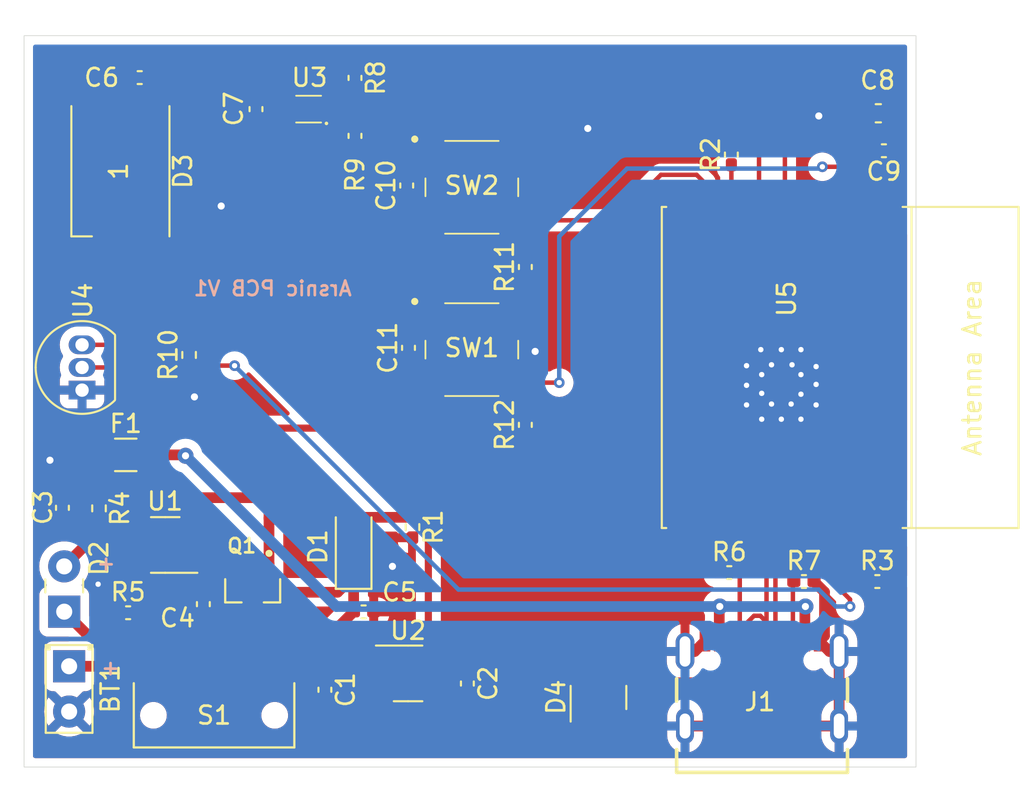
<source format=kicad_pcb>
(kicad_pcb (version 20221018) (generator pcbnew)
  (layers (0 "F.Cu" signal "Front") (31 "B.Cu" signal "Back") (34 "B.Paste" user) (35 "F.Paste" user) (36 "B.SilkS" user "B.Silkscreen") (37 "F.SilkS" user "F.Silkscreen") (38 "B.Mask" user) (39 "F.Mask" user) (44 "Edge.Cuts" user))
  (net 0 "")
  (net 1 "Net-(BT1-+)")
  (net 2 "GND")
  (net 3 "VCC")
  (net 4 "+3.3V")
  (net 5 "+5V")
  (net 6 "Net-(U1-V_{BAT})")
  (net 7 "/RESET")
  (net 8 "/EN_CHIP")
  (net 9 "Net-(D2-K)")
  (net 10 "Net-(D2-A)")
  (net 12 "/RGB")
  (net 13 "/USB_D+")
  (net 14 "/USB_D-")
  (net 15 "Net-(F1-Pad1)")
  (net 17 "Net-(J1-CC2)")
  (net 18 "Net-(J1-CC1)")
  (net 20 "/IO8")
  (net 21 "/IO2")
  (net 22 "Net-(U1-PROG)")
  (net 23 "/SCL")
  (net 24 "/SCA")
  (net 25 "/IO3")
  (footprint "LED_SMD:LED_WS2812B_PLCC4_5.0x5.0mm_P3.2mm" (layer "F.Cu") (at 105.4 107.6 -90)
    (fp_text reference "D3" (at 0 -3.5 90) (layer "F.SilkS"))
    (fp_text value "WS2812B")
    (fp_text user "1" (at 0 0.1 90) (layer "F.SilkS"))
    (pad "1" smd rect (at -2.45 -1.65 270) (size 1.5 0.9) (layers "F.Cu" "F.Paste" "F.Mask") (net 4 "+3.3V"))
    (pad "2" smd rect (at -2.45 1.65 270) (size 1.5 0.9) (layers "F.Cu" "F.Paste" "F.Mask"))
    (pad "3" smd rect (at 2.45 1.65 270) (size 1.5 0.9) (layers "F.Cu" "F.Paste" "F.Mask") (net 2 "GND"))
    (pad "4" smd rect (at 2.45 -1.65 270) (size 1.5 0.9) (layers "F.Cu" "F.Paste" "F.Mask") (net 12 "/RGB"))
  )
  (footprint "Capacitor_SMD:C_0402_1005Metric_Pad0.74x0.62mm_HandSolder" (layer "F.Cu") (at 121.55 117.5 90)
    (fp_text reference "C11" (at 0 -1.16 90) (layer "F.SilkS"))
    (fp_text value "100nF 0.1uf")
    (pad "1" smd roundrect (at -0.5675 0 90) (size 0.735 0.62) (layers "F.Cu" "F.Paste" "F.Mask") (net 8 "/EN_CHIP"))
    (pad "2" smd roundrect (at 0.5675 0 90) (size 0.735 0.62) (layers "F.Cu" "F.Paste" "F.Mask") (net 2 "GND"))
  )
  (footprint "Capacitor_SMD:C_0603_1608Metric_Pad1.08x0.95mm_HandSolder" (layer "F.Cu") (at 147.8875 104.35 180)
    (fp_text reference "C8" (at 0.0375 1.85) (layer "F.SilkS"))
    (fp_text value "10uF")
    (pad "1" smd roundrect (at -0.8625 0 180) (size 1.075 0.95) (layers "F.Cu" "F.Paste" "F.Mask") (net 4 "+3.3V"))
    (pad "2" smd roundrect (at 0.8625 0 180) (size 1.075 0.95) (layers "F.Cu" "F.Paste" "F.Mask") (net 2 "GND"))
  )
  (footprint "Capacitor_SMD:C_0402_1005Metric_Pad0.74x0.62mm_HandSolder" (layer "F.Cu") (at 128.1 112.9675 90)
    (fp_text reference "R11" (at 0 -1.16 90) (layer "F.SilkS"))
    (fp_text value "10k")
    (pad "1" smd roundrect (at -0.5675 0 90) (size 0.735 0.62) (layers "F.Cu" "F.Paste" "F.Mask") (net 4 "+3.3V"))
    (pad "2" smd roundrect (at 0.5675 0 90) (size 0.735 0.62) (layers "F.Cu" "F.Paste" "F.Mask") (net 7 "/RESET"))
  )
  (footprint "Capacitor_SMD:C_0402_1005Metric_Pad0.74x0.62mm_HandSolder" (layer "F.Cu") (at 106.4825 102.35 180)
    (fp_text reference "C6" (at 2.1325 0) (layer "F.SilkS"))
    (fp_text value "1uF")
    (pad "1" smd roundrect (at -0.5675 0 180) (size 0.735 0.62) (layers "F.Cu" "F.Paste" "F.Mask") (net 4 "+3.3V"))
    (pad "2" smd roundrect (at 0.5675 0 180) (size 0.735 0.62) (layers "F.Cu" "F.Paste" "F.Mask") (net 2 "GND"))
  )
  (footprint "DMP1045U:SOT91P240X110-3N" (layer "F.Cu") (at 112.815 131.12 -90)
    (fp_text reference "Q1" (at -2.52 0.615 180) (layer "F.SilkS") (effects (font (size 0.8 0.8))))
    (fp_text value "DMP1045U")
    (pad "1" smd roundrect (at -1.07 -0.915 270) (size 1.09 0.61) (layers "F.Cu" "F.Paste" "F.Mask") (roundrect_rratio 0.08) (net 5 "+5V"))
    (pad "2" smd roundrect (at -1.07 0.915 270) (size 1.09 0.61) (layers "F.Cu" "F.Paste" "F.Mask") (roundrect_rratio 0.08) (net 3 "VCC"))
    (pad "3" smd roundrect (at 1.07 0 270) (size 1.09 0.61) (layers "F.Cu" "F.Paste" "F.Mask") (roundrect_rratio 0.08) (net 6 "Net-(U1-V_{BAT})"))
  )
  (footprint "Fuse:Fuse_1206_3216Metric_Pad1.42x1.75mm_HandSolder" (layer "F.Cu") (at 105.7 123.5 180)
    (fp_text reference "F1" (at 0 1.75) (layer "F.SilkS"))
    (fp_text value "Polyfuse")
    (pad "1" smd roundrect (at -1.4875 0 180) (size 1.425 1.75) (layers "F.Cu" "F.Paste" "F.Mask") (roundrect_rratio 0.1754392982) (net 15 "Net-(F1-Pad1)"))
    (pad "2" smd roundrect (at 1.4875 0 180) (size 1.425 1.75) (layers "F.Cu" "F.Paste" "F.Mask") (roundrect_rratio 0.1754392982) (net 5 "+5V"))
  )
  (footprint "PCM_Espressif:ESP32-C3-WROOM-02" (layer "F.Cu") (at 142.75 118.6 -90)
    (fp_text reference "U5" (at -3.85 0 90) (layer "F.SilkS"))
    (fp_text value "ESP32-C3-WROOM-02")
    (fp_text user "Antenna Area" (at 0 -10.4 90) (layer "F.SilkS"))
    (pad "1" smd rect (at -8.75 -5.9 270) (size 1.5 0.9) (layers "F.Cu" "F.Paste" "F.Mask") (net 4 "+3.3V"))
    (pad "2" smd rect (at -8.75 -4.4 270) (size 1.5 0.9) (layers "F.Cu" "F.Paste" "F.Mask") (net 8 "/EN_CHIP"))
    (pad "3" smd rect (at -8.75 -2.9 270) (size 1.5 0.9) (layers "F.Cu" "F.Paste" "F.Mask"))
    (pad "4" smd rect (at -8.75 -1.4 270) (size 1.5 0.9) (layers "F.Cu" "F.Paste" "F.Mask"))
    (pad "5" smd rect (at -8.75 0.1 270) (size 1.5 0.9) (layers "F.Cu" "F.Paste" "F.Mask") (net 23 "/SCL"))
    (pad "6" smd rect (at -8.75 1.6 270) (size 1.5 0.9) (layers "F.Cu" "F.Paste" "F.Mask") (net 24 "/SCA"))
    (pad "7" smd rect (at -8.75 3.1 270) (size 1.5 0.9) (layers "F.Cu" "F.Paste" "F.Mask") (net 20 "/IO8"))
    (pad "8" smd rect (at -8.75 4.6 270) (size 1.5 0.9) (layers "F.Cu" "F.Paste" "F.Mask") (net 7 "/RESET"))
    (pad "9" smd rect (at -8.75 6.1 270) (size 1.5 0.9) (layers "F.Cu" "F.Paste" "F.Mask") (net 2 "GND"))
    (pad "10" smd rect (at 8.75 6.1 90) (size 1.5 0.9) (layers "F.Cu" "F.Paste" "F.Mask") (net 12 "/RGB"))
    (pad "11" smd rect (at 8.75 4.6 90) (size 1.5 0.9) (layers "F.Cu" "F.Paste" "F.Mask"))
    (pad "12" smd rect (at 8.75 3.1 90) (size 1.5 0.9) (layers "F.Cu" "F.Paste" "F.Mask"))
    (pad "13" smd rect (at 8.75 1.6 90) (size 1.5 0.9) (layers "F.Cu" "F.Paste" "F.Mask") (net 14 "/USB_D-"))
    (pad "14" smd rect (at 8.75 0.1 90) (size 1.5 0.9) (layers "F.Cu" "F.Paste" "F.Mask") (net 13 "/USB_D+"))
    (pad "15" smd rect (at 8.75 -1.4 90) (size 1.5 0.9) (layers "F.Cu" "F.Paste" "F.Mask") (net 25 "/IO3"))
    (pad "16" smd rect (at 8.75 -2.9 90) (size 1.5 0.9) (layers "F.Cu" "F.Paste" "F.Mask") (net 21 "/IO2"))
    (pad "17" smd rect (at 8.75 -4.4 90) (size 1.5 0.9) (layers "F.Cu" "F.Paste" "F.Mask"))
    (pad "18" smd rect (at 8.75 -5.9 90) (size 1.5 0.9) (layers "F.Cu" "F.Paste" "F.Mask"))
    (pad "19" smd rect (at -0.14 -0.8 90) (size 0.7 0.7) (layers "F.Cu" "F.Paste" "F.Mask") (net 2 "GND"))
    (pad "19" smd rect (at -0.14 0.3 90) (size 0.7 0.7) (layers "F.Cu" "F.Paste" "F.Mask") (net 2 "GND"))
    (pad "19" smd rect (at -0.14 1.4 90) (size 0.7 0.7) (layers "F.Cu" "F.Paste" "F.Mask") (net 2 "GND"))
    (pad "19" smd rect (at 0.91 -0.8 90) (size 0.7 0.7) (layers "F.Cu" "F.Paste" "F.Mask") (net 2 "GND"))
    (pad "19" smd rect (at 0.91 0.3 90) (size 0.7 0.7) (layers "F.Cu" "F.Paste" "F.Mask") (net 2 "GND"))
    (pad "19" smd rect (at 0.91 1.4 90) (size 0.7 0.7) (layers "F.Cu" "F.Paste" "F.Mask") (net 2 "GND"))
    (pad "19" smd rect (at 2.06 -0.8 90) (size 0.7 0.7) (layers "F.Cu" "F.Paste" "F.Mask") (net 2 "GND"))
    (pad "19" smd rect (at 2.06 0.3 90) (size 0.7 0.7) (layers "F.Cu" "F.Paste" "F.Mask") (net 2 "GND"))
    (pad "19" smd rect (at 2.06 1.4 90) (size 0.7 0.7) (layers "F.Cu" "F.Paste" "F.Mask") (net 2 "GND"))
    (zone (net 0) (net_name "") (layers "*.Cu") (name "antenna keepout") (connect_pads (clearance 0)) (min_thickness 0.254)
      (keepout (tracks not_allowed) (vias not_allowed) (pads not_allowed) (copperpour not_allowed) (footprints not_allowed))
      (fill (thermal_gap 0.508) (thermal_bridge_width 0.508))
      (polygon (pts (xy 149.75 127.6) (xy 149.75 109.6) (xy 155.75 109.6) (xy 155.75 127.6)))
    )
  )
  (footprint "Capacitor_SMD:C_0402_1005Metric_Pad0.74x0.62mm_HandSolder" (layer "F.Cu") (at 148.2 106.45 180)
    (fp_text reference "C9" (at 0 -1.16) (layer "F.SilkS"))
    (fp_text value "0.1uF")
    (pad "1" smd roundrect (at -0.5675 0 180) (size 0.735 0.62) (layers "F.Cu" "F.Paste" "F.Mask") (net 4 "+3.3V"))
    (pad "2" smd roundrect (at 0.5675 0 180) (size 0.735 0.62) (layers "F.Cu" "F.Paste" "F.Mask") (net 2 "GND"))
  )
  (footprint "Package_TO_SOT_SMD:SOT-23-5" (layer "F.Cu") (at 121.525 135.75)
    (fp_text reference "U2" (at 0 -2.4) (layer "F.SilkS"))
    (fp_text value "AP2112K-3.3")
    (pad "1" smd roundrect (at -1.1375 -0.95) (size 1.325 0.6) (layers "F.Cu" "F.Paste" "F.Mask") (net 3 "VCC"))
    (pad "2" smd roundrect (at -1.1375 0) (size 1.325 0.6) (layers "F.Cu" "F.Paste" "F.Mask") (net 2 "GND"))
    (pad "3" smd roundrect (at -1.1375 0.95) (size 1.325 0.6) (layers "F.Cu" "F.Paste" "F.Mask") (net 3 "VCC"))
    (pad "4" smd roundrect (at 1.1375 0.95) (size 1.325 0.6) (layers "F.Cu" "F.Paste" "F.Mask"))
    (pad "5" smd roundrect (at 1.1375 -0.95) (size 1.325 0.6) (layers "F.Cu" "F.Paste" "F.Mask") (net 4 "+3.3V"))
  )
  (footprint "Capacitor_SMD:C_0402_1005Metric_Pad0.74x0.62mm_HandSolder" (layer "F.Cu") (at 139.5325 130.1)
    (fp_text reference "R6" (at 0 -1.16) (layer "F.SilkS"))
    (fp_text value "5.1")
    (pad "1" smd roundrect (at -0.5675 0) (size 0.735 0.62) (layers "F.Cu" "F.Paste" "F.Mask") (net 2 "GND"))
    (pad "2" smd roundrect (at 0.5675 0) (size 0.735 0.62) (layers "F.Cu" "F.Paste" "F.Mask") (net 18 "Net-(J1-CC1)"))
  )
  (footprint "Resistor_SMD:R_0402_1005Metric_Pad0.72x0.64mm_HandSolder" (layer "F.Cu") (at 109.25 117.8975 90)
    (fp_text reference "R10" (at 0 -1.17 90) (layer "F.SilkS"))
    (fp_text value "4.7k")
    (pad "1" smd roundrect (at -0.5975 0 90) (size 0.715 0.64) (layers "F.Cu" "F.Paste" "F.Mask") (net 25 "/IO3"))
    (pad "2" smd roundrect (at 0.5975 0 90) (size 0.715 0.64) (layers "F.Cu" "F.Paste" "F.Mask") (net 4 "+3.3V"))
  )
  (footprint "Capacitor_SMD:C_0402_1005Metric_Pad0.74x0.62mm_HandSolder" (layer "F.Cu") (at 121.45 108.4 90)
    (fp_text reference "C10" (at 0 -1.16 90) (layer "F.SilkS"))
    (fp_text value "1uF")
    (pad "1" smd roundrect (at -0.5675 0 90) (size 0.735 0.62) (layers "F.Cu" "F.Paste" "F.Mask") (net 7 "/RESET"))
    (pad "2" smd roundrect (at 0.5675 0 90) (size 0.735 0.62) (layers "F.Cu" "F.Paste" "F.Mask") (net 2 "GND"))
  )
  (footprint "Capacitor_SMD:C_0402_1005Metric_Pad0.74x0.62mm_HandSolder" (layer "F.Cu") (at 118.55 102.3675 -90)
    (fp_text reference "R8" (at 0 -1.16 90) (layer "F.SilkS"))
    (fp_text value "10k")
    (pad "1" smd roundrect (at -0.5675 0 270) (size 0.735 0.62) (layers "F.Cu" "F.Paste" "F.Mask") (net 4 "+3.3V"))
    (pad "2" smd roundrect (at 0.5675 0 270) (size 0.735 0.62) (layers "F.Cu" "F.Paste" "F.Mask") (net 23 "/SCL"))
  )
  (footprint "Capacitor_SMD:C_0402_1005Metric_Pad0.74x0.62mm_HandSolder" (layer "F.Cu") (at 118.55 105.6175 90)
    (fp_text reference "R9" (at -2.1825 0 90) (layer "F.SilkS"))
    (fp_text value "10k")
    (pad "1" smd roundrect (at -0.5675 0 90) (size 0.735 0.62) (layers "F.Cu" "F.Paste" "F.Mask") (net 4 "+3.3V"))
    (pad "2" smd roundrect (at 0.5675 0 90) (size 0.735 0.62) (layers "F.Cu" "F.Paste" "F.Mask") (net 24 "/SCA"))
  )
  (footprint "PTS526_SM15_SMTR2_LFS:PTS526SM15SMTR2LFS" (layer "F.Cu") (at 125.1 117.6)
    (fp_text reference "SW1" (at 0 -0.1) (layer "F.SilkS"))
    (fp_text value "PTS526_SM15_SMTR2_LFS")
    (pad "1" smd rect (at -3 -1.85) (size 1 0.7) (layers "F.Cu" "F.Paste" "F.Mask") (net 2 "GND"))
    (pad "2" smd rect (at 3 -1.85) (size 1 0.7) (layers "F.Cu" "F.Paste" "F.Mask") (net 2 "GND"))
    (pad "3" smd rect (at -3 1.85) (size 1 0.7) (layers "F.Cu" "F.Paste" "F.Mask") (net 8 "/EN_CHIP"))
    (pad "4" smd rect (at 3 1.85) (size 1 0.7) (layers "F.Cu" "F.Paste" "F.Mask") (net 8 "/EN_CHIP"))
  )
  (footprint "JS102011SAQN:SW_JS102011SAQN" (layer "F.Cu") (at 110.65 138.1)
    (fp_text reference "S1" (at 0 0) (layer "F.SilkS") (effects (font (size 1.000732 1.000732))))
    (fp_text value "JS102011SAQN")
    (pad "" np_thru_hole circle (at -3.4 0) (size 1 1) (drill 1) (layers "*.Cu" "*.Mask"))
    (pad "" np_thru_hole circle (at 3.4 0) (size 1 1) (drill 1) (layers "*.Cu" "*.Mask"))
    (pad "1" smd rect (at -2.5 -2.75) (size 1.2 2.5) (layers "F.Cu" "F.Paste" "F.Mask") (net 1 "Net-(BT1-+)"))
    (pad "2" smd rect (at 0 -2.75) (size 1.2 2.5) (layers "F.Cu" "F.Paste" "F.Mask") (net 6 "Net-(U1-V_{BAT})"))
    (pad "3" smd rect (at 2.5 -2.75) (size 1.2 2.5) (layers "F.Cu" "F.Paste" "F.Mask"))
  )
  (footprint "Capacitor_SMD:C_0402_1005Metric_Pad0.74x0.62mm_HandSolder" (layer "F.Cu") (at 110.05 131.8675 -90)
    (fp_text reference "C4" (at 0.7825 1.45 -180) (layer "F.SilkS"))
    (fp_text value "4.7uF")
    (pad "1" smd roundrect (at -0.5675 0 270) (size 0.735 0.62) (layers "F.Cu" "F.Paste" "F.Mask") (net 6 "Net-(U1-V_{BAT})"))
    (pad "2" smd roundrect (at 0.5675 0 270) (size 0.735 0.62) (layers "F.Cu" "F.Paste" "F.Mask") (net 2 "GND"))
  )
  (footprint "Resistor_SMD:R_0402_1005Metric_Pad0.72x0.64mm_HandSolder" (layer "F.Cu") (at 121.775 127.5475 -90)
    (fp_text reference "R1" (at 0 -1.17 90) (layer "F.SilkS"))
    (fp_text value "100k")
    (pad "1" smd roundrect (at -0.5975 0 270) (size 0.715 0.64) (layers "F.Cu" "F.Paste" "F.Mask") (net 5 "+5V"))
    (pad "2" smd roundrect (at 0.5975 0 270) (size 0.715 0.64) (layers "F.Cu" "F.Paste" "F.Mask") (net 2 "GND"))
  )
  (footprint "Capacitor_SMD:C_0402_1005Metric_Pad0.74x0.62mm_HandSolder" (layer "F.Cu") (at 105.8325 132.35)
    (fp_text reference "R5" (at 0 -1.16) (layer "F.SilkS"))
    (fp_text value "10k")
    (pad "1" smd roundrect (at -0.5675 0) (size 0.735 0.62) (layers "F.Cu" "F.Paste" "F.Mask") (net 22 "Net-(U1-PROG)"))
    (pad "2" smd roundrect (at 0.5675 0) (size 0.735 0.62) (layers "F.Cu" "F.Paste" "F.Mask") (net 2 "GND"))
  )
  (footprint "Capacitor_SMD:C_0402_1005Metric_Pad0.74x0.62mm_HandSolder" (layer "F.Cu") (at 116.8625 136.6675 -90)
    (fp_text reference "C1" (at 0 -1.16 90) (layer "F.SilkS"))
    (fp_text value "1uF")
    (pad "1" smd roundrect (at -0.5675 0 270) (size 0.735 0.62) (layers "F.Cu" "F.Paste" "F.Mask") (net 3 "VCC"))
    (pad "2" smd roundrect (at 0.5675 0 270) (size 0.735 0.62) (layers "F.Cu" "F.Paste" "F.Mask") (net 2 "GND"))
  )
  (footprint "Package_TO_SOT_SMD:SOT-143" (layer "F.Cu") (at 132.2 137.1 90)
    (fp_text reference "D4" (at 0.02 -2.38 90) (layer "F.SilkS"))
    (fp_text value "PRTR5V0U2X")
    (pad "1" smd rect (at -1 -0.75 90) (size 0.7 1) (layers "F.Cu" "F.Paste" "F.Mask") (net 2 "GND"))
    (pad "2" smd rect (at -1 0.95 90) (size 0.7 0.6) (layers "F.Cu" "F.Paste" "F.Mask") (net 13 "/USB_D+"))
    (pad "3" smd rect (at 1 0.95 90) (size 0.7 0.6) (layers "F.Cu" "F.Paste" "F.Mask") (net 14 "/USB_D-"))
    (pad "4" smd rect (at 1 -0.95 90) (size 0.7 0.6) (layers "F.Cu" "F.Paste" "F.Mask") (net 4 "+3.3V"))
  )
  (footprint "Capacitor_SMD:C_0402_1005Metric_Pad0.74x0.62mm_HandSolder" (layer "F.Cu") (at 139.65 106.6675 90)
    (fp_text reference "R2" (at 0 -1.16 90) (layer "F.SilkS"))
    (fp_text value "10k")
    (pad "1" smd roundrect (at -0.5675 0 90) (size 0.735 0.62) (layers "F.Cu" "F.Paste" "F.Mask") (net 20 "/IO8"))
    (pad "2" smd roundrect (at 0.5675 0 90) (size 0.735 0.62) (layers "F.Cu" "F.Paste" "F.Mask") (net 2 "GND"))
  )
  (footprint "Capacitor_SMD:C_0402_1005Metric_Pad0.74x0.62mm_HandSolder" (layer "F.Cu") (at 143.7175 130.6)
    (fp_text reference "R7" (at 0 -1.16) (layer "F.SilkS"))
    (fp_text value "5.1")
    (pad "1" smd roundrect (at -0.5675 0) (size 0.735 0.62) (layers "F.Cu" "F.Paste" "F.Mask") (net 17 "Net-(J1-CC2)"))
    (pad "2" smd roundrect (at 0.5675 0) (size 0.735 0.62) (layers "F.Cu" "F.Paste" "F.Mask") (net 2 "GND"))
  )
  (footprint "Diode_SMD:D_SOD-123" (layer "F.Cu") (at 118.475 128.65 90)
    (fp_text reference "D1" (at 0 -2 90) (layer "F.SilkS"))
    (fp_text value "D_Schottky")
    (pad "1" smd roundrect (at -1.65 0 90) (size 0.9 1.2) (layers "F.Cu" "F.Paste" "F.Mask") (net 3 "VCC"))
    (pad "2" smd roundrect (at 1.65 0 90) (size 0.9 1.2) (layers "F.Cu" "F.Paste" "F.Mask") (net 5 "+5V"))
  )
  (footprint "Package_TO_SOT_SMD:SOT-23-5" (layer "F.Cu") (at 107.9125 128.55 180)
    (fp_text reference "U1" (at 0.0125 2.45) (layer "F.SilkS"))
    (fp_text value "MCP73831-2-OT")
    (pad "1" smd roundrect (at -1.1375 -0.95 180) (size 1.325 0.6) (layers "F.Cu" "F.Paste" "F.Mask") (net 9 "Net-(D2-K)"))
    (pad "2" smd roundrect (at -1.1375 0 180) (size 1.325 0.6) (layers "F.Cu" "F.Paste" "F.Mask") (net 2 "GND"))
    (pad "3" smd roundrect (at -1.1375 0.95 180) (size 1.325 0.6) (layers "F.Cu" "F.Paste" "F.Mask") (net 6 "Net-(U1-V_{BAT})"))
    (pad "4" smd roundrect (at 1.1375 0.95 180) (size 1.325 0.6) (layers "F.Cu" "F.Paste" "F.Mask") (net 5 "+5V"))
    (pad "5" smd roundrect (at 1.1375 -0.95 180) (size 1.325 0.6) (layers "F.Cu" "F.Paste" "F.Mask") (net 22 "Net-(U1-PROG)"))
  )
  (footprint "LED_THT:LED_Rectangular_W3.0mm_H2.0mm" (layer "F.Cu") (at 102.25 132.29 90)
    (fp_text reference "D2" (at 2.99 1.95 90) (layer "F.SilkS"))
    (fp_text value "LED")
    (pad "1" thru_hole rect (at 0 0 90) (size 1.8 1.8) (drill 0.9) (layers "*.Cu" "*.Mask") (net 9 "Net-(D2-K)"))
    (pad "2" thru_hole circle (at 2.54 0 90) (size 1.8 1.8) (drill 0.9) (layers "*.Cu" "*.Mask") (net 10 "Net-(D2-A)"))
  )
  (footprint "SHT40-AD1B-R3:SHT4X" (layer "F.Cu") (at 115.95 104.1175 180)
    (fp_text reference "U3" (at -0.05 1.7675) (layer "F.SilkS"))
    (fp_text value "SHT40-AD1B-R3")
    (pad "1" smd rect (at -0.7 -0.4 180) (size 0.5 0.3) (layers "F.Cu" "F.Paste" "F.Mask") (net 24 "/SCA"))
    (pad "2" smd rect (at -0.7 0.4 180) (size 0.5 0.3) (layers "F.Cu" "F.Paste" "F.Mask") (net 23 "/SCL"))
    (pad "3" smd rect (at 0.7 0.4 180) (size 0.5 0.3) (layers "F.Cu" "F.Paste" "F.Mask") (net 4 "+3.3V"))
    (pad "4" smd rect (at 0.7 -0.4 180) (size 0.5 0.3) (layers "F.Cu" "F.Paste" "F.Mask") (net 2 "GND"))
  )
  (footprint "Capacitor_SMD:C_0402_1005Metric_Pad0.74x0.62mm_HandSolder" (layer "F.Cu") (at 147.8325 130.6)
    (fp_text reference "R3" (at 0 -1.16) (layer "F.SilkS"))
    (fp_text value "10k")
    (pad "1" smd roundrect (at -0.5675 0) (size 0.735 0.62) (layers "F.Cu" "F.Paste" "F.Mask") (net 21 "/IO2"))
    (pad "2" smd roundrect (at 0.5675 0) (size 0.735 0.62) (layers "F.Cu" "F.Paste" "F.Mask") (net 2 "GND"))
  )
  (footprint "Capacitor_SMD:C_0402_1005Metric_Pad0.74x0.62mm_HandSolder" (layer "F.Cu") (at 113 104.1175 -90)
    (fp_text reference "C7" (at -0.0175 1.25 90) (layer "F.SilkS"))
    (fp_text value "100nF 0.1uf")
    (pad "1" smd roundrect (at -0.5675 0 270) (size 0.735 0.62) (layers "F.Cu" "F.Paste" "F.Mask") (net 4 "+3.3V"))
    (pad "2" smd roundrect (at 0.5675 0 270) (size 0.735 0.62) (layers "F.Cu" "F.Paste" "F.Mask") (net 2 "GND"))
  )
  (footprint "Capacitor_SMD:C_0402_1005Metric_Pad0.74x0.62mm_HandSolder" (layer "F.Cu") (at 102.15 126.4675 -90)
    (fp_text reference "C3" (at -0.0175 1.1 90) (layer "F.SilkS"))
    (fp_text value "4.7uF")
    (pad "1" smd roundrect (at -0.5675 0 270) (size 0.735 0.62) (layers "F.Cu" "F.Paste" "F.Mask") (net 5 "+5V"))
    (pad "2" smd roundrect (at 0.5675 0 270) (size 0.735 0.62) (layers "F.Cu" "F.Paste" "F.Mask") (net 2 "GND"))
  )
  (footprint "Capacitor_SMD:C_0402_1005Metric_Pad0.74x0.62mm_HandSolder" (layer "F.Cu") (at 124.85 136.3175 -90)
    (fp_text reference "C2" (at 0 -1.16 90) (layer "F.SilkS"))
    (fp_text value "1uF")
    (pad "1" smd roundrect (at -0.5675 0 270) (size 0.735 0.62) (layers "F.Cu" "F.Paste" "F.Mask") (net 4 "+3.3V"))
    (pad "2" smd roundrect (at 0.5675 0 270) (size 0.735 0.62) (layers "F.Cu" "F.Paste" "F.Mask") (net 2 "GND"))
  )
  (footprint "Resistor_SMD:R_0402_1005Metric_Pad0.72x0.64mm_HandSolder" (layer "F.Cu") (at 104.2 126.4975 -90)
    (fp_text reference "R4" (at 0 -1.17 90) (layer "F.SilkS"))
    (fp_text value "470")
    (pad "1" smd roundrect (at -0.5975 0 270) (size 0.715 0.64) (layers "F.Cu" "F.Paste" "F.Mask") (net 5 "+5V"))
    (pad "2" smd roundrect (at 0.5975 0 270) (size 0.715 0.64) (layers "F.Cu" "F.Paste" "F.Mask") (net 10 "Net-(D2-A)"))
  )
  (footprint "Capacitor_SMD:C_0402_1005Metric_Pad0.74x0.62mm_HandSolder" (layer "F.Cu") (at 119.0325 132.3)
    (fp_text reference "C5" (at 2.0175 -1.1) (layer "F.SilkS"))
    (fp_text value "1uF")
    (pad "1" smd roundrect (at -0.5675 0) (size 0.735 0.62) (layers "F.Cu" "F.Paste" "F.Mask") (net 3 "VCC"))
    (pad "2" smd roundrect (at 0.5675 0) (size 0.735 0.62) (layers "F.Cu" "F.Paste" "F.Mask") (net 2 "GND"))
  )
  (footprint "Capacitor_SMD:C_0402_1005Metric_Pad0.74x0.62mm_HandSolder" (layer "F.Cu") (at 128.1 121.8175 90)
    (fp_text reference "R12" (at 0 -1.16 90) (layer "F.SilkS"))
    (fp_text value "10k")
    (pad "1" smd roundrect (at -0.5675 0 90) (size 0.735 0.62) (layers "F.Cu" "F.Paste" "F.Mask") (net 4 "+3.3V"))
    (pad "2" smd roundrect (at 0.5675 0 90) (size 0.735 0.62) (layers "F.Cu" "F.Paste" "F.Mask") (net 8 "/EN_CHIP"))
  )
  (footprint "PTS526_SM15_SMTR2_LFS:PTS526SM15SMTR2LFS" (layer "F.Cu") (at 125.1 108.5)
    (fp_text reference "SW2" (at 0 -0.1) (layer "F.SilkS"))
    (fp_text value "PTS526_SM15_SMTR2_LFS")
    (pad "1" smd rect (at -3 -1.85) (size 1 0.7) (layers "F.Cu" "F.Paste" "F.Mask") (net 2 "GND"))
    (pad "2" smd rect (at 3 -1.85) (size 1 0.7) (layers "F.Cu" "F.Paste" "F.Mask") (net 2 "GND"))
    (pad "3" smd rect (at -3 1.85) (size 1 0.7) (layers "F.Cu" "F.Paste" "F.Mask") (net 7 "/RESET"))
    (pad "4" smd rect (at 3 1.85) (size 1 0.7) (layers "F.Cu" "F.Paste" "F.Mask") (net 7 "/RESET"))
  )
  (footprint "USB4105-GF-A:GCT_USB4105-GF-A" (layer "F.Cu") (at 141.37 138.7)
    (fp_text reference "J1" (at -0.12 -1.35) (layer "F.SilkS"))
    (fp_text value "USB4105-GF-A")
    (pad "" np_thru_hole circle (at -2.89 -3.68) (size 0.65 0.65) (drill 0.65) (layers "*.Cu" "*.Mask"))
    (pad "" np_thru_hole circle (at 2.89 -3.68) (size 0.65 0.65) (drill 0.65) (layers "*.Cu" "*.Mask"))
    (pad "A1_B12" smd rect (at -3.2 -4.755) (size 0.6 1.15) (layers "F.Cu" "F.Paste" "F.Mask") (net 2 "GND"))
    (pad "A4_B9" smd rect (at -2.4 -4.755) (size 0.6 1.15) (layers "F.Cu" "F.Paste" "F.Mask") (net 15 "Net-(F1-Pad1)"))
    (pad "A5" smd rect (at -1.25 -4.755) (size 0.3 1.15) (layers "F.Cu" "F.Paste" "F.Mask") (net 18 "Net-(J1-CC1)"))
    (pad "A6" smd rect (at -0.25 -4.755) (size 0.3 1.15) (layers "F.Cu" "F.Paste" "F.Mask") (net 13 "/USB_D+"))
    (pad "A7" smd rect (at 0.25 -4.755) (size 0.3 1.15) (layers "F.Cu" "F.Paste" "F.Mask") (net 14 "/USB_D-"))
    (pad "A8" smd rect (at 1.25 -4.755) (size 0.3 1.15) (layers "F.Cu" "F.Paste" "F.Mask"))
    (pad "B1_A12" smd rect (at 3.2 -4.755) (size 0.6 1.15) (layers "F.Cu" "F.Paste" "F.Mask") (net 2 "GND"))
    (pad "B4_A9" smd rect (at 2.4 -4.755) (size 0.6 1.15) (layers "F.Cu" "F.Paste" "F.Mask") (net 15 "Net-(F1-Pad1)"))
    (pad "B5" smd rect (at 1.75 -4.755) (size 0.3 1.15) (layers "F.Cu" "F.Paste" "F.Mask") (net 17 "Net-(J1-CC2)"))
    (pad "B6" smd rect (at 0.75 -4.755) (size 0.3 1.15) (layers "F.Cu" "F.Paste" "F.Mask") (net 13 "/USB_D+"))
    (pad "B7" smd rect (at -0.75 -4.755) (size 0.3 1.15) (layers "F.Cu" "F.Paste" "F.Mask") (net 14 "/USB_D-"))
    (pad "B8" smd rect (at -1.75 -4.755) (size 0.3 1.15) (layers "F.Cu" "F.Paste" "F.Mask"))
    (pad "S1" thru_hole oval (at -4.32 -4.18) (size 1.05 2.1) (drill oval 0.6 1.7) (layers "*.Cu" "*.Mask") (net 2 "GND"))
    (pad "S2" thru_hole oval (at -4.32 0) (size 1 2) (drill oval 0.6 1.4) (layers "*.Cu" "*.Mask") (net 2 "GND"))
    (pad "S3" thru_hole oval (at 4.32 0) (size 1 2) (drill oval 0.6 1.4) (layers "*.Cu" "*.Mask") (net 2 "GND"))
    (pad "S4" thru_hole oval (at 4.32 -4.18) (size 1.05 2.1) (drill oval 0.6 1.7) (layers "*.Cu" "*.Mask") (net 2 "GND"))
  )
  (footprint "LED_THT:LED_D2.0mm_W4.8mm_H2.5mm_FlatTop" (layer "F.Cu") (at 102.525 135.35 -90)
    (fp_text reference "BT1" (at 1.27 -2.31 90) (layer "F.SilkS"))
    (fp_text value "Battery")
    (pad "1" thru_hole rect (at 0 0 270) (size 1.8 1.8) (drill 0.9) (layers "*.Cu" "*.Mask") (net 1 "Net-(BT1-+)"))
    (pad "2" thru_hole circle (at 2.54 0 270) (size 1.8 1.8) (drill 0.9) (layers "*.Cu" "*.Mask") (net 2 "GND"))
  )
  (footprint "Package_TO_SOT_THT:TO-92_Inline" (layer "F.Cu") (at 103.25 119.87 90)
    (fp_text reference "U4" (at 5.02 0.05 90) (layer "F.SilkS"))
    (fp_text value "DS18B20")
    (pad "1" thru_hole rect (at 0 0 90) (size 1.05 1.5) (drill 0.75) (layers "*.Cu" "*.Mask") (net 2 "GND"))
    (pad "2" thru_hole oval (at 1.27 0 90) (size 1.05 1.5) (drill 0.75) (layers "*.Cu" "*.Mask") (net 25 "/IO3"))
    (pad "3" thru_hole oval (at 2.54 0 90) (size 1.05 1.5) (drill 0.75) (layers "*.Cu" "*.Mask") (net 4 "+3.3V"))
  )
  (gr_rect (start 100 100) (end 150 141) (stroke (width 0.0381)) (fill none) (layer "Edge.Cuts"))
  (gr_text "+" (at 105.45 135.9) (layer "B.SilkS") (effects (font (size 0.8128 0.8128) (thickness 0.1524) bold) (justify left bottom mirror)))
  (gr_text "+" (at 105.2 130.05) (layer "B.SilkS") (effects (font (size 0.8128 0.8128) (thickness 0.1524) bold) (justify left bottom mirror)))
  (gr_text "Arsnic PCB V1" (at 118.45 114.65) (layer "B.SilkS") (effects (font (size 0.8128 0.8128) (thickness 0.1524) bold) (justify left bottom mirror)))
  (segment (start 102.525 135.35) (end 108.15 135.35) (width 0.6) (layer "F.Cu") (net 1))
  (segment (start 143.55 118.46) (end 143.06 118.46) (width 0.6) (layer "F.Cu") (net 2))
  (segment (start 143.01 120.66) (end 143.55 120.66) (width 0.6) (layer "F.Cu") (net 2))
  (segment (start 113.1675 104.5175) (end 113 104.685) (width 0.25) (layer "F.Cu") (net 2))
  (segment (start 122.1 116.3825) (end 121.55 116.9325) (width 0.25) (layer "F.Cu") (net 2))
  (segment (start 141.35 119) (end 141.35 119.51) (width 0.6) (layer "F.Cu") (net 2))
  (segment (start 143.55 118.46) (end 143.55 119) (width 0.6) (layer "F.Cu") (net 2))
  (segment (start 145.69 134.52) (end 145.69 138.7) (width 0.6) (layer "F.Cu") (net 2))
  (segment (start 142.45 118.46) (end 142.45 119.51) (width 0.6) (layer "F.Cu") (net 2))
  (segment (start 142.99 120.66) (end 143 120.65) (width 0.6) (layer "F.Cu") (net 2))
  (segment (start 141.35 118.46) (end 141.35 119) (width 0.6) (layer "F.Cu") (net 2))
  (segment (start 141.91 118.46) (end 142.45 118.46) (width 0.6) (layer "F.Cu") (net 2))
  (segment (start 142.45 120.66) (end 141.91 120.66) (width 0.6) (layer "F.Cu") (net 2))
  (segment (start 144.57 133.945) (end 144.87 133.645) (width 0.6) (layer "F.Cu") (net 2))
  (segment (start 143 120.65) (end 143.01 120.66) (width 0.6) (layer "F.Cu") (net 2))
  (segment (start 141.89 120.66) (end 141.35 120.66) (width 0.6) (layer "F.Cu") (net 2))
  (segment (start 106.4 132.35) (end 107.9 130.85) (width 0.25) (layer "F.Cu") (net 2))
  (segment (start 143.55 119) (end 143.55 119.51) (width 0.6) (layer "F.Cu") (net 2))
  (segment (start 107.9 128.55) (end 109.05 128.55) (width 0.25) (layer "F.Cu") (net 2))
  (segment (start 122.1 107.1825) (end 121.45 107.8325) (width 0.25) (layer "F.Cu") (net 2))
  (segment (start 122.1 106.65) (end 122.1 107.1825) (width 0.25) (layer "F.Cu") (net 2))
  (segment (start 143.05 118.45) (end 143.04 118.46) (width 0.6) (layer "F.Cu") (net 2))
  (segment (start 137.595 134.52) (end 138.17 133.945) (width 0.6) (layer "F.Cu") (net 2))
  (segment (start 141.9 118.45) (end 141.91 118.46) (width 0.6) (layer "F.Cu") (net 2))
  (segment (start 144.87 131.185) (end 144.285 130.6) (width 0.6) (layer "F.Cu") (net 2))
  (segment (start 122.1 115.75) (end 122.1 116.3825) (width 0.25) (layer "F.Cu") (net 2))
  (segment (start 141.9 120.65) (end 141.89 120.66) (width 0.6) (layer "F.Cu") (net 2))
  (segment (start 141.91 120.66) (end 141.9 120.65) (width 0.6) (layer "F.Cu") (net 2))
  (segment (start 142.45 120.66) (end 142.99 120.66) (width 0.6) (layer "F.Cu") (net 2))
  (segment (start 141.35 120.66) (end 141.35 120.05) (width 0.6) (layer "F.Cu") (net 2))
  (segment (start 145.145 134.52) (end 144.57 133.945) (width 0.6) (layer "F.Cu") (net 2))
  (segment (start 141.89 118.46) (end 141.9 118.45) (width 0.6) (layer "F.Cu") (net 2))
  (segment (start 143.55 120.66) (end 143.55 120.1) (width 0.6) (layer "F.Cu") (net 2))
  (segment (start 137.05 134.52) (end 137.595 134.52) (width 0.6) (layer "F.Cu") (net 2))
  (segment (start 141.35 120.05) (end 141.35 119.51) (width 0.6) (layer "F.Cu") (net 2))
  (segment (start 145.69 138.7) (end 137.05 138.7) (width 0.6) (layer "F.Cu") (net 2))
  (segment (start 107.9 130.85) (end 107.9 128.55) (width 0.25) (layer "F.Cu") (net 2))
  (segment (start 144.87 133.645) (end 144.87 131.185) (width 0.6) (layer "F.Cu") (net 2))
  (segment (start 145.69 134.52) (end 145.145 134.52) (width 0.6) (layer "F.Cu") (net 2))
  (segment (start 143.04 118.46) (end 142.45 118.46) (width 0.6) (layer "F.Cu") (net 2))
  (segment (start 141.35 118.46) (end 141.89 118.46) (width 0.6) (layer "F.Cu") (net 2))
  (segment (start 143.55 120.1) (end 143.55 119.51) (width 0.6) (layer "F.Cu") (net 2))
  (segment (start 115.25 104.5175) (end 113.1675 104.5175) (width 0.4) (layer "F.Cu") (net 2))
  (segment (start 142.45 120.66) (end 142.45 119.51) (width 0.6) (layer "F.Cu") (net 2))
  (segment (start 143.06 118.46) (end 143.05 118.45) (width 0.6) (layer "F.Cu") (net 2))
  (via (at 143.55 119) (size 0.6) (drill 0.3) (layers "F.Cu" "B.Cu") (net 2))
  (via (at 104.15 130.75) (size 0.6) (drill 0.3) (layers "F.Cu" "B.Cu") (net 2))
  (via (at 144.55 104.5) (size 0.9) (drill 0.4) (layers "F.Cu" "B.Cu") (net 2))
  (via (at 141.9 118.45) (size 0.6) (drill 0.3) (layers "F.Cu" "B.Cu") (net 2))
  (via (at 143.55 121.5) (size 0.6) (drill 0.3) (layers "F.Cu" "B.Cu") (net 2))
  (via (at 141.35 120.05) (size 0.6) (drill 0.3) (layers "F.Cu" "B.Cu") (net 2))
  (via (at 141.35 121.5) (size 0.6) (drill 0.3) (layers "F.Cu" "B.Cu") (net 2))
  (via (at 131.6 105.2) (size 0.9) (drill 0.4) (layers "F.Cu" "B.Cu") (net 2))
  (via (at 144.4 119.55) (size 0.6) (drill 0.3) (layers "F.Cu" "B.Cu") (net 2))
  (via (at 143.05 118.45) (size 0.6) (drill 0.3) (layers "F.Cu" "B.Cu") (net 2))
  (via (at 101.45 123.8) (size 0.9) (drill 0.4) (layers "F.Cu" "B.Cu") (net 2))
  (via (at 111.05 109.55) (size 0.9) (drill 0.4) (layers "F.Cu" "B.Cu") (net 2))
  (via (at 143.55 120.1) (size 0.6) (drill 0.3) (layers "F.Cu" "B.Cu") (net 2))
  (via (at 140.5 120.7) (size 0.6) (drill 0.3) (layers "F.Cu" "B.Cu") (net 2))
  (via (at 128.65 117.7) (size 0.9) (drill 0.4) (layers "F.Cu" "B.Cu") (net 2))
  (via (at 140.5 119.6) (size 0.6) (drill 0.3) (layers "F.Cu" "B.Cu") (net 2))
  (via (at 109.55 120.25) (size 0.9) (drill 0.4) (layers "F.Cu" "B.Cu") (net 2))
  (via (at 144.4 118.55) (size 0.6) (drill 0.3) (layers "F.Cu" "B.Cu") (net 2))
  (via (at 144.4 120.7) (size 0.6) (drill 0.3) (layers "F.Cu" "B.Cu") (net 2))
  (via (at 141.9 120.65) (size 0.6) (drill 0.3) (layers "F.Cu" "B.Cu") (net 2))
  (via (at 142.45 117.6) (size 0.6) (drill 0.3) (layers "F.Cu" "B.Cu") (net 2))
  (via (at 140.5 118.5) (size 0.6) (drill 0.3) (layers "F.Cu" "B.Cu") (net 2))
  (via (at 120.65 129.75) (size 0.9) (drill 0.4) (layers "F.Cu" "B.Cu") (net 2))
  (via (at 142.45 121.5) (size 0.6) (drill 0.3) (layers "F.Cu" "B.Cu") (net 2))
  (via (at 143.55 117.6) (size 0.6) (drill 0.3) (layers "F.Cu" "B.Cu") (net 2))
  (via (at 141.3 117.6) (size 0.6) (drill 0.3) (layers "F.Cu" "B.Cu") (net 2))
  (via (at 143 120.65) (size 0.6) (drill 0.3) (layers "F.Cu" "B.Cu") (net 2))
  (via (at 141.35 119) (size 0.6) (drill 0.3) (layers "F.Cu" "B.Cu") (net 2))
  (segment (start 116.8625 134.9) (end 116.9625 134.8) (width 0.25) (layer "F.Cu") (net 3))
  (segment (start 118.475 130.3) (end 118.475 132.29) (width 0.6) (layer "F.Cu") (net 3))
  (segment (start 121.302 136.448) (end 121.05 136.7) (width 0.25) (layer "F.Cu") (net 3))
  (segment (start 116 135.2375) (end 116.8625 136.1) (width 0.6) (layer "F.Cu") (net 3))
  (segment (start 116.9625 134.8) (end 120.3875 134.8) (width 0.25) (layer "F.Cu") (net 3))
  (segment (start 120.3875 134.8) (end 121.05 134.8) (width 0.25) (layer "F.Cu") (net 3))
  (segment (start 121.05 136.7) (end 120.3875 136.7) (width 0.25) (layer "F.Cu") (net 3))
  (segment (start 121.05 134.8) (end 121.302 135.052) (width 0.25) (layer "F.Cu") (net 3))
  (segment (start 116 134.765) (end 116 135.2375) (width 0.6) (layer "F.Cu") (net 3))
  (segment (start 113.05 131.2) (end 117.575 131.2) (width 0.6) (layer "F.Cu") (net 3))
  (segment (start 118.475 132.29) (end 118.465 132.3) (width 0.6) (layer "F.Cu") (net 3))
  (segment (start 116.8625 136.1) (end 116.8625 134.9) (width 0.25) (layer "F.Cu") (net 3))
  (segment (start 121.302 135.052) (end 121.302 136.448) (width 0.25) (layer "F.Cu") (net 3))
  (segment (start 117.575 131.2) (end 118.475 130.3) (width 0.6) (layer "F.Cu") (net 3))
  (segment (start 118.465 132.3) (end 116 134.765) (width 0.6) (layer "F.Cu") (net 3))
  (segment (start 111.9 130.05) (end 113.05 131.2) (width 0.6) (layer "F.Cu") (net 3))
  (segment (start 116.8625 134.8) (end 116.9625 134.8) (width 0.25) (layer "F.Cu") (net 3))
  (segment (start 147.2 101.8) (end 118.55 101.8) (width 0.4) (layer "F.Cu") (net 4))
  (segment (start 123.9 134.8) (end 124.85 135.75) (width 0.3) (layer "F.Cu") (net 4))
  (segment (start 113.1675 103.7175) (end 113 103.55) (width 0.25) (layer "F.Cu") (net 4))
  (segment (start 116.8 106.185) (end 115.95 105.335) (width 0.4) (layer "F.Cu") (net 4))
  (segment (start 130.9 135.75) (end 131.25 136.1) (width 0.3) (layer "F.Cu") (net 4))
  (segment (start 115.25 103.7175) (end 113.1675 103.7175) (width 0.4) (layer "F.Cu") (net 4))
  (segment (start 102.65 101.4) (end 101.1 102.95) (width 0.4) (layer "F.Cu") (net 4))
  (segment (start 114.35 101.4) (end 114.75 101.8) (width 0.4) (layer "F.Cu") (net 4))
  (segment (start 115.95 101.8) (end 114.75 101.8) (width 0.4) (layer "F.Cu") (net 4))
  (segment (start 122.665 122.385) (end 128.1 122.385) (width 0.4) (layer "F.Cu") (net 4))
  (segment (start 148.7 109.8) (end 148.65 109.85) (width 0.25) (layer "F.Cu") (net 4))
  (segment (start 107.05 101.6) (end 107.05 102.35) (width 0.4) (layer "F.Cu") (net 4))
  (segment (start 124.85 135.75) (end 130.9 135.75) (width 0.3) (layer "F.Cu") (net 4))
  (segment (start 122.6625 134.8) (end 122.6625 126.0125) (width 0.4) (layer "F.Cu") (net 4))
  (segment (start 120.607924 113.342076) (end 119.3 114.65) (width 0.4) (layer "F.Cu") (net 4))
  (segment (start 101.1 102.95) (end 101.1 115.3) (width 0.4) (layer "F.Cu") (net 4))
  (segment (start 120.800848 113.535) (end 128.1 113.535) (width 0.4) (layer "F.Cu") (net 4))
  (segment (start 119.3 114.65) (end 119.3 119.65) (width 0.4) (layer "F.Cu") (net 4))
  (segment (start 119.3 119.65) (end 122.05 122.4) (width 0.4) (layer "F.Cu") (net 4))
  (segment (start 114.75 101.8) (end 113 103.55) (width 0.4) (layer "F.Cu") (net 4))
  (segment (start 115.95 105.335) (end 115.95 101.8) (width 0.4) (layer "F.Cu") (net 4))
  (segment (start 106.85 101.4) (end 102.65 101.4) (width 0.4) (layer "F.Cu") (net 4))
  (segment (start 118.55 106.185) (end 116.8 106.185) (width 0.4) (layer "F.Cu") (net 4))
  (segment (start 103.25 117.33) (end 109.22 117.33) (width 0.25) (layer "F.Cu") (net 4))
  (segment (start 148.7 105.8) (end 148.7 109.8) (width 0.4) (layer "F.Cu") (net 4))
  (segment (start 106.85 101.4) (end 107.05 101.6) (width 0.4) (layer "F.Cu") (net 4))
  (segment (start 109.1 115.5) (end 109.25 115.65) (width 0.4) (layer "F.Cu") (net 4))
  (segment (start 120.607924 113.342076) (end 120.800848 113.535) (width 0.4) (layer "F.Cu") (net 4))
  (segment (start 101.1 115.3) (end 101.3 115.5) (width 0.4) (layer "F.Cu") (net 4))
  (segment (start 148.7 103.3) (end 147.2 101.8) (width 0.4) (layer "F.Cu") (net 4))
  (segment (start 118.65 122) (end 100.8 122) (width 0.4) (layer "F.Cu") (net 4))
  (segment (start 122.6625 134.8) (end 123.9 134.8) (width 0.3) (layer "F.Cu") (net 4))
  (segment (start 110 102.734152) (end 120.607924 113.342076) (width 0.4) (layer "F.Cu") (net 4))
  (segment (start 109.22 117.33) (end 109.25 117.3) (width 0.25) (layer "F.Cu") (net 4))
  (segment (start 109.25 115.65) (end 109.25 117.3) (width 0.4) (layer "F.Cu") (net 4))
  (segment (start 106.85 101.4) (end 110 101.4) (width 0.4) (layer "F.Cu") (net 4))
  (segment (start 148.7 105.8) (end 148.7 103.3) (width 0.4) (layer "F.Cu") (net 4))
  (segment (start 101.2 115.6) (end 101.3 115.5) (width 0.3) (layer "F.Cu") (net 4))
  (segment (start 110 101.4) (end 114.35 101.4) (width 0.4) (layer "F.Cu") (net 4))
  (segment (start 122.05 122.4) (end 122.65 122.4) (width 0.4) (layer "F.Cu") (net 4))
  (segment (start 101.3 115.5) (end 109.1 115.5) (width 0.4) (layer "F.Cu") (net 4))
  (segment (start 107.05 105.15) (end 107.05 102.35) (width 0.4) (layer "F.Cu") (net 4))
  (segment (start 100.8 116) (end 101.2 115.6) (width 0.4) (layer "F.Cu") (net 4))
  (segment (start 100.8 122) (end 100.8 116) (width 0.4) (layer "F.Cu") (net 4))
  (segment (start 122.65 122.4) (end 122.665 122.385) (width 0.4) (layer "F.Cu") (net 4))
  (segment (start 118.55 101.8) (end 115.95 101.8) (width 0.4) (layer "F.Cu") (net 4))
  (segment (start 122.6625 126.0125) (end 118.65 122) (width 0.4) (layer "F.Cu") (net 4))
  (segment (start 110 101.4) (end 110 102.734152) (width 0.4) (layer "F.Cu") (net 4))
  (segment (start 106.775 126.125) (end 106.55 125.9) (width 0.6) (layer "F.Cu") (net 5))
  (segment (start 113.73 125.98) (end 113.73 127.05) (width 0.6) (layer "F.Cu") (net 5))
  (segment (start 104.2125 123.5) (end 104.2125 125.8875) (width 0.6) (layer "F.Cu") (net 5))
  (segment (start 113.73 127.05) (end 113.73 130.05) (width 0.6) (layer "F.Cu") (net 5))
  (segment (start 106.55 125.9) (end 113.65 125.9) (width 0.6) (layer "F.Cu") (net 5))
  (segment (start 106.775 127.6) (end 106.775 126.125) (width 0.6) (layer "F.Cu") (net 5))
  (segment (start 102.15 125.9) (end 104.2 125.9) (width 0.6) (layer "F.Cu") (net 5))
  (segment (start 113.78 127) (end 113.73 127.05) (width 0.6) (layer "F.Cu") (net 5))
  (segment (start 118.475 127) (end 113.78 127) (width 0.6) (layer "F.Cu") (net 5))
  (segment (start 113.65 125.9) (end 113.73 125.98) (width 0.6) (layer "F.Cu") (net 5))
  (segment (start 104.2125 125.8875) (end 104.2 125.9) (width 0.6) (layer "F.Cu") (net 5))
  (segment (start 105.7 125.9) (end 106.55 125.9) (width 0.6) (layer "F.Cu") (net 5))
  (segment (start 118.475 127) (end 121.725 127) (width 0.6) (layer "F.Cu") (net 5))
  (segment (start 104.2 125.9) (end 105.7 125.9) (width 0.6) (layer "F.Cu") (net 5))
  (segment (start 121.725 127) (end 121.775 126.95) (width 0.6) (layer "F.Cu") (net 5))
  (segment (start 112.815 132.19) (end 111.925 131.3) (width 0.6) (layer "F.Cu") (net 6))
  (segment (start 112.815 133.185) (end 110.65 135.35) (width 0.6) (layer "F.Cu") (net 6))
  (segment (start 110.8 130.55) (end 110.8 127.6) (width 0.6) (layer "F.Cu") (net 6))
  (segment (start 112.815 132.19) (end 112.815 133.185) (width 0.6) (layer "F.Cu") (net 6))
  (segment (start 110.05 131.3) (end 110.8 130.55) (width 0.6) (layer "F.Cu") (net 6))
  (segment (start 111.925 131.3) (end 110.05 131.3) (width 0.6) (layer "F.Cu") (net 6))
  (segment (start 110.8 127.6) (end 109.05 127.6) (width 0.6) (layer "F.Cu") (net 6))
  (segment (start 138.15 108.25) (end 138.15 109.85) (width 0.25) (layer "F.Cu") (net 7))
  (segment (start 122.1 110.35) (end 128.1 110.35) (width 0.25) (layer "F.Cu") (net 7))
  (segment (start 121.45 109.7) (end 122.1 110.35) (width 0.25) (layer "F.Cu") (net 7))
  (segment (start 128.1 112.4) (end 128.1 110.35) (width 0.25) (layer "F.Cu") (net 7))
  (segment (start 135.7 107.8) (end 137.7 107.8) (width 0.25) (layer "F.Cu") (net 7))
  (segment (start 137.7 107.8) (end 138.15 108.25) (width 0.25) (layer "F.Cu") (net 7))
  (segment (start 133.15 110.35) (end 135.7 107.8) (width 0.25) (layer "F.Cu") (net 7))
  (segment (start 121.45 108.9675) (end 121.45 109.7) (width 0.25) (layer "F.Cu") (net 7))
  (segment (start 128.1 110.35) (end 133.15 110.35) (width 0.25) (layer "F.Cu") (net 7))
  (segment (start 144.75 107.35) (end 145.9 107.35) (width 0.25) (layer "F.Cu") (net 8))
  (segment (start 128.1 119.45) (end 130 119.45) (width 0.25) (layer "F.Cu") (net 8))
  (segment (start 121.55 118.0675) (end 121.55 118.9) (width 0.25) (layer "F.Cu") (net 8))
  (segment (start 122.1 119.45) (end 128.1 119.45) (width 0.25) (layer "F.Cu") (net 8))
  (segment (start 121.55 118.9) (end 122.1 119.45) (width 0.25) (layer "F.Cu") (net 8))
  (segment (start 145.9 107.35) (end 147.15 108.6) (width 0.25) (layer "F.Cu") (net 8))
  (segment (start 128.1 119.45) (end 128.1 121.25) (width 0.25) (layer "F.Cu") (net 8))
  (segment (start 147.15 108.6) (end 147.15 109.85) (width 0.25) (layer "F.Cu") (net 8))
  (via (at 130 119.45) (size 0.6) (drill 0.3) (layers "F.Cu" "B.Cu") (net 8))
  (via (at 144.75 107.35) (size 0.6) (drill 0.3) (layers "F.Cu" "B.Cu") (net 8))
  (segment (start 144.65 107.45) (end 133.8 107.45) (width 0.25) (layer "B.Cu") (net 8))
  (segment (start 130 111.25) (end 130 119.45) (width 0.25) (layer "B.Cu") (net 8))
  (segment (start 144.75 107.35) (end 144.65 107.45) (width 0.25) (layer "B.Cu") (net 8))
  (segment (start 133.8 107.45) (end 130 111.25) (width 0.25) (layer "B.Cu") (net 8))
  (segment (start 107.4 133.55) (end 109.05 131.9) (width 0.6) (layer "F.Cu") (net 9))
  (segment (start 102.25 132.29) (end 103.51 133.55) (width 0.6) (layer "F.Cu") (net 9))
  (segment (start 103.51 133.55) (end 107.4 133.55) (width 0.6) (layer "F.Cu") (net 9))
  (segment (start 109.05 131.9) (end 109.05 129.5) (width 0.6) (layer "F.Cu") (net 9))
  (segment (start 104.2 127.095) (end 104.2 127.8) (width 0.6) (layer "F.Cu") (net 10))
  (segment (start 104.2 127.8) (end 102.25 129.75) (width 0.6) (layer "F.Cu") (net 10))
  (segment (start 107.05 113.35) (end 108 113.35) (width 0.25) (layer "F.Cu") (net 12))
  (segment (start 108 113.35) (end 115.65 121) (width 0.25) (layer "F.Cu") (net 12))
  (segment (start 123.6 125.7) (end 123.6 127.35) (width 0.25) (layer "F.Cu") (net 12))
  (segment (start 123.6 127.35) (end 136.65 127.35) (width 0.25) (layer "F.Cu") (net 12))
  (segment (start 115.65 121) (end 118.9 121) (width 0.25) (layer "F.Cu") (net 12))
  (segment (start 107.05 110.05) (end 107.05 113.35) (width 0.25) (layer "F.Cu") (net 12))
  (segment (start 118.9 121) (end 123.6 125.7) (width 0.25) (layer "F.Cu") (net 12))
  (segment (start 141.12 135.07) (end 141.12 133.945) (width 0.25) (layer "F.Cu") (net 13))
  (segment (start 141.45 135.4) (end 141.12 135.07) (width 0.25) (layer "F.Cu") (net 13))
  (segment (start 142.12 133.945) (end 142.12 135.08) (width 0.25) (layer "F.Cu") (net 13))
  (segment (start 142.12 127.88) (end 142.12 133.945) (width 0.25) (layer "F.Cu") (net 13))
  (segment (start 139.44 136.75) (end 134.5 136.75) (width 0.25) (layer "F.Cu") (net 13))
  (segment (start 141.12 135.07) (end 139.44 136.75) (width 0.25) (layer "F.Cu") (net 13))
  (segment (start 142.65 127.35) (end 142.12 127.88) (width 0.25) (layer "F.Cu") (net 13))
  (segment (start 142.12 135.08) (end 141.8 135.4) (width 0.25) (layer "F.Cu") (net 13))
  (segment (start 141.8 135.4) (end 141.45 135.4) (width 0.25) (layer "F.Cu") (net 13))
  (segment (start 134.5 136.75) (end 133.15 138.1) (width 0.25) (layer "F.Cu") (net 13))
  (segment (start 139.046382 136.1) (end 133.15 136.1) (width 0.25) (layer "F.Cu") (net 14))
  (segment (start 140.62 133.945) (end 140.62 134.526382) (width 0.25) (layer "F.Cu") (net 14))
  (segment (start 140.6 133.975) (end 140.6 132.84) (width 0.25) (layer "F.Cu") (net 14))
  (segment (start 141.27 132.52) (end 141.6 132.85) (width 0.25) (layer "F.Cu") (net 14))
  (segment (start 140.6 132.84) (end 140.92 132.52) (width 0.25) (layer "F.Cu") (net 14))
  (segment (start 141.6 132.85) (end 141.6 133.975) (width 0.25) (layer "F.Cu") (net 14))
  (segment (start 140.62 134.526382) (end 139.046382 136.1) (width 0.25) (layer "F.Cu") (net 14))
  (segment (start 140.92 132.52) (end 141.27 132.52) (width 0.25) (layer "F.Cu") (net 14))
  (segment (start 141.62 133.945) (end 141.62 127.82) (width 0.25) (layer "F.Cu") (net 14))
  (segment (start 141.62 127.82) (end 141.15 127.35) (width 0.25) (layer "F.Cu") (net 14))
  (segment (start 109 123.5) (end 109.05 123.55) (width 0.6) (layer "F.Cu") (net 15))
  (segment (start 138.97 132.03) (end 139 132) (width 0.6) (layer "F.Cu") (net 15))
  (segment (start 143.77 133.945) (end 143.77 132.03) (width 0.6) (layer "F.Cu") (net 15))
  (segment (start 143.77 132.03) (end 143.8 132) (width 0.6) (layer "F.Cu") (net 15))
  (segment (start 138.97 133.945) (end 138.97 132.03) (width 0.6) (layer "F.Cu") (net 15))
  (segment (start 107.1875 123.5) (end 109 123.5) (width 0.6) (layer "F.Cu") (net 15))
  (via (at 143.8 132) (size 0.9) (drill 0.4) (layers "F.Cu" "B.Cu") (net 15))
  (via (at 109.05 123.55) (size 0.9) (drill 0.4) (layers "F.Cu" "B.Cu") (net 15))
  (via (at 139 132) (size 0.9) (drill 0.4) (layers "F.Cu" "B.Cu") (net 15))
  (segment (start 117.5 132) (end 139 132) (width 0.6) (layer "B.Cu") (net 15))
  (segment (start 109.05 123.55) (end 117.5 132) (width 0.6) (layer "B.Cu") (net 15))
  (segment (start 139 132) (end 143.8 132) (width 0.6) (layer "B.Cu") (net 15))
  (segment (start 143.12 133.945) (end 143.098 133.923) (width 0.25) (layer "F.Cu") (net 17))
  (segment (start 143.098 130.652) (end 143.15 130.6) (width 0.25) (layer "F.Cu") (net 17))
  (segment (start 143.098 133.923) (end 143.098 130.652) (width 0.25) (layer "F.Cu") (net 17))
  (segment (start 140.12 130.12) (end 140.1 130.1) (width 0.25) (layer "F.Cu") (net 18))
  (segment (start 140.12 133.945) (end 140.12 130.12) (width 0.25) (layer "F.Cu") (net 18))
  (segment (start 139.65 107.235) (end 139.65 109.85) (width 0.25) (layer "F.Cu") (net 20))
  (segment (start 145.65 127.35) (end 145.65 128.985) (width 0.25) (layer "F.Cu") (net 21))
  (segment (start 145.65 128.985) (end 147.265 130.6) (width 0.25) (layer "F.Cu") (net 21))
  (segment (start 105.265 129.935) (end 105.265 132.35) (width 0.25) (layer "F.Cu") (net 22))
  (segment (start 105.7 129.5) (end 105.265 129.935) (width 0.25) (layer "F.Cu") (net 22))
  (segment (start 106.775 129.5) (end 105.7 129.5) (width 0.25) (layer "F.Cu") (net 22))
  (segment (start 116.65 103.7175) (end 117.7675 103.7175) (width 0.25) (layer "F.Cu") (net 23))
  (segment (start 142.65 105.15) (end 142.65 109.85) (width 0.25) (layer "F.Cu") (net 23))
  (segment (start 117.7675 103.7175) (end 118.55 102.935) (width 0.25) (layer "F.Cu") (net 23))
  (segment (start 118.55 102.935) (end 140.435 102.935) (width 0.25) (layer "F.Cu") (net 23))
  (segment (start 140.435 102.935) (end 142.65 105.15) (width 0.25) (layer "F.Cu") (net 23))
  (segment (start 119.35 105.05) (end 120.9 103.5) (width 0.25) (layer "F.Cu") (net 24))
  (segment (start 139.9 103.5) (end 141.2 104.8) (width 0.25) (layer "F.Cu") (net 24))
  (segment (start 116.65 104.5175) (end 118.0175 104.5175) (width 0.25) (layer "F.Cu") (net 24))
  (segment (start 118.55 105.05) (end 119.35 105.05) (width 0.25) (layer "F.Cu") (net 24))
  (segment (start 141.2 109.8) (end 141.15 109.85) (width 0.25) (layer "F.Cu") (net 24))
  (segment (start 120.9 103.5) (end 139.9 103.5) (width 0.25) (layer "F.Cu") (net 24))
  (segment (start 118.0175 104.5175) (end 118.55 105.05) (width 0.25) (layer "F.Cu") (net 24))
  (segment (start 141.2 104.8) (end 141.2 109.8) (width 0.25) (layer "F.Cu") (net 24))
  (segment (start 109.145 118.6) (end 109.25 118.495) (width 0.25) (layer "F.Cu") (net 25))
  (segment (start 109.25 118.495) (end 111.795 118.495) (width 0.25) (layer "F.Cu") (net 25))
  (segment (start 146.3 132) (end 146.3 131.6) (width 0.25) (layer "F.Cu") (net 25))
  (segment (start 111.795 118.495) (end 111.8 118.5) (width 0.25) (layer "F.Cu") (net 25))
  (segment (start 144.15 129.45) (end 144.15 127.35) (width 0.25) (layer "F.Cu") (net 25))
  (segment (start 146.3 131.6) (end 144.15 129.45) (width 0.25) (layer "F.Cu") (net 25))
  (segment (start 103.25 118.6) (end 109.145 118.6) (width 0.25) (layer "F.Cu") (net 25))
  (via (at 146.3 132) (size 0.6) (drill 0.3) (layers "F.Cu" "B.Cu") (net 25))
  (via (at 111.8 118.5) (size 0.6) (drill 0.3) (layers "F.Cu" "B.Cu") (net 25))
  (segment (start 145.5 132) (end 146.3 132) (width 0.25) (layer "B.Cu") (net 25))
  (segment (start 144.55 131.05) (end 145.5 132) (width 0.25) (layer "B.Cu") (net 25))
  (segment (start 124.35 131.05) (end 144.55 131.05) (width 0.25) (layer "B.Cu") (net 25))
  (segment (start 111.8 118.5) (end 124.35 131.05) (width 0.25) (layer "B.Cu") (net 25))
  (zone (net 2) (net_name "GND") (layer "F.Cu") (connect_pads (clearance 0.5)) (min_thickness 0.25) (fill yes (thermal_gap 0.5) (thermal_bridge_width 0.5))
    (polygon (pts (xy 98.65 98.45) (xy 151.8 98.45) (xy 151.9 141.5) (xy 98.75 141.6) (xy 98.75 98.35)))
  )
  (zone (net 2) (net_name "GND") (layer "B.Cu") (priority 1) (connect_pads (clearance 0.5)) (min_thickness 0.25) (fill yes (thermal_gap 0.5) (thermal_bridge_width 0.5))
    (polygon (pts (xy 98.65 98.25) (xy 151.9 98.25) (xy 152 141.35) (xy 98.75 141.25) (xy 98.75 98)))
  )
)
</source>
